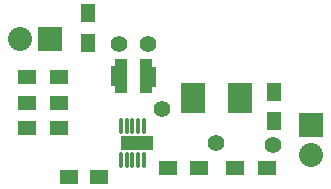
<source format=gts>
G04 #@! TF.FileFunction,Soldermask,Top*
%FSLAX46Y46*%
G04 Gerber Fmt 4.6, Leading zero omitted, Abs format (unit mm)*
G04 Created by KiCad (PCBNEW (2015-01-29 BZR 5396)-product) date 8/16/2015 12:30:24 AM*
%MOMM*%
G01*
G04 APERTURE LIST*
%ADD10C,0.100000*%
%ADD11R,1.250000X1.500000*%
%ADD12R,1.500000X1.250000*%
%ADD13R,2.000000X2.500000*%
%ADD14R,1.100000X3.000000*%
%ADD15R,0.500000X1.800000*%
%ADD16R,2.032000X2.032000*%
%ADD17O,2.032000X2.032000*%
%ADD18C,1.397000*%
%ADD19R,1.500000X1.300000*%
%ADD20R,2.750000X1.200000*%
%ADD21O,0.420000X1.340000*%
%ADD22C,0.500000*%
G04 APERTURE END LIST*
D10*
D11*
X155830000Y-108500000D03*
X155830000Y-106000000D03*
D12*
X156710000Y-119860000D03*
X154210000Y-119860000D03*
D13*
X164690000Y-113160000D03*
X168690000Y-113160000D03*
D11*
X171550000Y-115130000D03*
X171550000Y-112630000D03*
D14*
X158570000Y-111310000D03*
X160730000Y-111310000D03*
D15*
X158020000Y-111310000D03*
X161280000Y-111360000D03*
D16*
X152590000Y-108200000D03*
D17*
X150050000Y-108200000D03*
D18*
X158460000Y-108570000D03*
X166690000Y-116960000D03*
X160910000Y-108550000D03*
X162110000Y-114080000D03*
X171440000Y-117140000D03*
D16*
X174690000Y-115480000D03*
D17*
X174690000Y-118020000D03*
D19*
X150670000Y-111390000D03*
X153370000Y-111390000D03*
X153360000Y-113550000D03*
X150660000Y-113550000D03*
X153340000Y-115740000D03*
X150640000Y-115740000D03*
X162550000Y-119080000D03*
X165250000Y-119080000D03*
X168270000Y-119050000D03*
X170970000Y-119050000D03*
D20*
X159955000Y-116990000D03*
D21*
X159580000Y-115540000D03*
X160580000Y-115540000D03*
X160080000Y-115540000D03*
X159080000Y-115540000D03*
X158580000Y-115540000D03*
X160580000Y-118440000D03*
X160080000Y-118440000D03*
X159580000Y-118440000D03*
X159080000Y-118440000D03*
X158580000Y-118440000D03*
D22*
X158890000Y-116700000D03*
X158890000Y-117290000D03*
X159580000Y-116990000D03*
X160360000Y-116690000D03*
X160370000Y-117300000D03*
M02*

</source>
